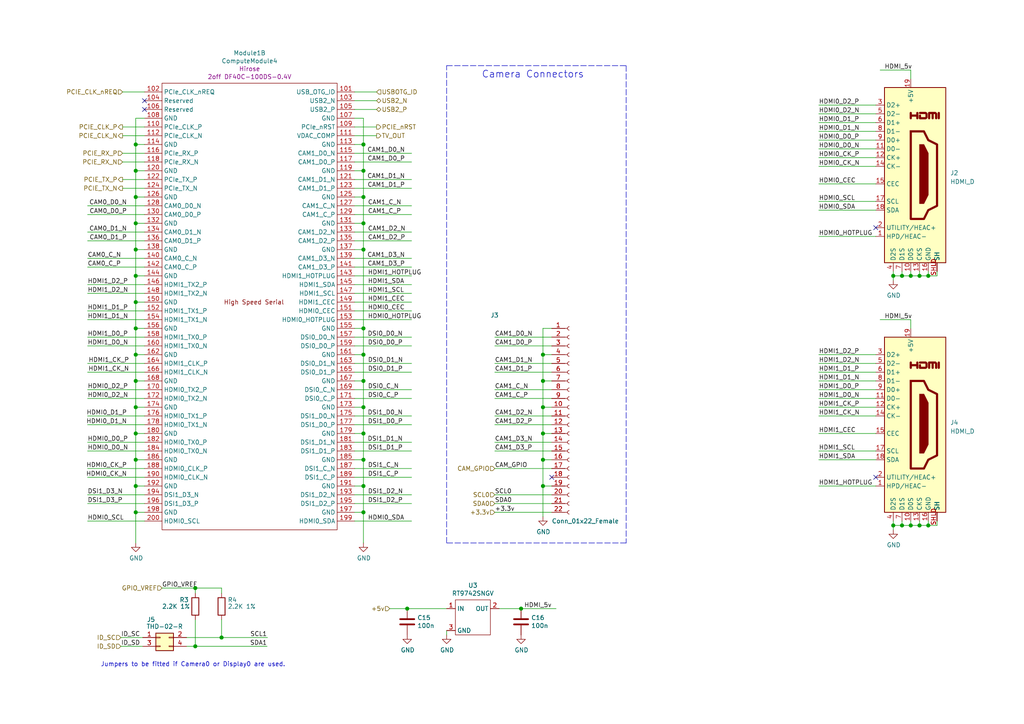
<source format=kicad_sch>
(kicad_sch (version 20210406) (generator eeschema)
  (paper "A4")
  (title_block (title "Compute Module 4 IO Board - CM4 - Highspeed") (rev "1") (company "(c) Raspberry Pi Trading 2020") (comment 1 "www.raspberrypi.org"))
  (lib_symbols
    (symbol "CM4IO:ComputeModule4-CM4"
      (property "Reference" "Module" (at 113.03 -68.58 0))
      (property "Value" "ComputeModule4-CM4" (at 140.97 2.54 0))
      (property "Field4" "Hirose" (at 0 0 0))
      (property "Field5" "2x DF40C-100DS-0.4V" (at 0 -2.54 0))
      (symbol "ComputeModule4-CM4_1_0"
        (text "GPIO" (at 0 6.35 0) (effects (font (size 1.27 1.27))))
      )
      (symbol "ComputeModule4-CM4_1_1"
        (text "600mA Max" (at -8.89 -53.34 0) (effects (font (size 1.27 1.27))))
        (text "600mA Max" (at -8.89 -48.26 0) (effects (font (size 1.27 1.27))))
        (text "NB SD signals are only available" (at -1.27 -27.94 0) (effects (font (size 1.27 1.27))))
        (text "on modules without eMMC" (at -1.27 -30.48 0) (effects (font (size 1.27 1.27))))
        (pin power_in line (at 27.94 55.88 180) (length 2.54) (name "GND") (number "1"))
        (pin passive line (at -33.02 45.72 0) (length 2.54) (name "Ethernet_Pair0_N") (number "10"))
        (pin output line (at -33.02 -68.58 0) (length 2.54) (name "nEXTRST") (number "100"))
        (pin passive line (at 27.94 43.18 180) (length 2.54) (name "Ethernet_Pair2_P") (number "11"))
        (pin passive line (at -33.02 43.18 0) (length 2.54) (name "Ethernet_Pair0_P") (number "12"))
        (pin power_in line (at 27.94 40.64 180) (length 2.54) (name "GND") (number "13"))
        (pin power_in line (at -33.02 40.64 0) (length 2.54) (name "GND") (number "14"))
        (pin output line (at 27.94 38.1 180) (length 2.54) (name "Ethernet_nLED3(3.3v)") (number "15"))
        (pin input line (at -33.02 38.1 0) (length 2.54) (name "Ethernet_SYNC_IN(1.8v)") (number "16"))
        (pin output line (at 27.94 35.56 180) (length 2.54) (name "Ethernet_nLED2(3.3v)") (number "17"))
        (pin input line (at -33.02 35.56 0) (length 2.54) (name "Ethernet_SYNC_OUT(1.8v)") (number "18"))
        (pin output line (at 27.94 33.02 180) (length 2.54) (name "Ethernet_nLED1(3.3v)") (number "19"))
        (pin power_in line (at -33.02 55.88 0) (length 2.54) (name "GND") (number "2"))
        (pin passive line (at -33.02 33.02 0) (length 2.54) (name "EEPROM_nWP") (number "20"))
        (pin open_collector line (at 27.94 30.48 180) (length 2.54) (name "PI_nLED_Activity") (number "21"))
        (pin power_in line (at -33.02 30.48 0) (length 2.54) (name "GND") (number "22"))
        (pin power_in line (at 27.94 27.94 180) (length 2.54) (name "GND") (number "23"))
        (pin passive line (at -33.02 27.94 0) (length 2.54) (name "GPIO26") (number "24"))
        (pin passive line (at 27.94 25.4 180) (length 2.54) (name "GPIO21") (number "25"))
        (pin passive line (at -33.02 25.4 0) (length 2.54) (name "GPIO19") (number "26"))
        (pin passive line (at 27.94 22.86 180) (length 2.54) (name "GPIO20") (number "27"))
        (pin passive line (at -33.02 22.86 0) (length 2.54) (name "GPIO13") (number "28"))
        (pin passive line (at 27.94 20.32 180) (length 2.54) (name "GPIO16") (number "29"))
        (pin passive line (at 27.94 53.34 180) (length 2.54) (name "Ethernet_Pair3_P") (number "3"))
        (pin passive line (at -33.02 20.32 0) (length 2.54) (name "GPIO6") (number "30"))
        (pin passive line (at 27.94 17.78 180) (length 2.54) (name "GPIO12") (number "31"))
        (pin power_in line (at -33.02 17.78 0) (length 2.54) (name "GND") (number "32"))
        (pin power_in line (at 27.94 15.24 180) (length 2.54) (name "GND") (number "33"))
        (pin passive line (at -33.02 15.24 0) (length 2.54) (name "GPIO5") (number "34"))
        (pin passive line (at 27.94 12.7 180) (length 2.54) (name "ID_SC") (number "35"))
        (pin passive line (at -33.02 12.7 0) (length 2.54) (name "ID_SD") (number "36"))
        (pin passive line (at 27.94 10.16 180) (length 2.54) (name "GPIO7") (number "37"))
        (pin passive line (at -33.02 10.16 0) (length 2.54) (name "GPIO11") (number "38"))
        (pin passive line (at 27.94 7.62 180) (length 2.54) (name "GPIO8") (number "39"))
        (pin passive line (at -33.02 53.34 0) (length 2.54) (name "Ethernet_Pair1_P") (number "4"))
        (pin passive line (at -33.02 7.62 0) (length 2.54) (name "GPIO9") (number "40"))
        (pin passive line (at 27.94 5.08 180) (length 2.54) (name "GPIO25") (number "41"))
        (pin power_in line (at -33.02 5.08 0) (length 2.54) (name "GND") (number "42"))
        (pin power_in line (at 27.94 2.54 180) (length 2.54) (name "GND") (number "43"))
        (pin passive line (at -33.02 2.54 0) (length 2.54) (name "GPIO10") (number "44"))
        (pin passive line (at 27.94 0 180) (length 2.54) (name "GPIO24") (number "45"))
        (pin passive line (at -33.02 0 0) (length 2.54) (name "GPIO22") (number "46"))
        (pin passive line (at 27.94 -2.54 180) (length 2.54) (name "GPIO23") (number "47"))
        (pin passive line (at -33.02 -2.54 0) (length 2.54) (name "GPIO27") (number "48"))
        (pin passive line (at 27.94 -5.08 180) (length 2.54) (name "GPIO18") (number "49"))
        (pin passive line (at 27.94 50.8 180) (length 2.54) (name "Ethernet_Pair3_N") (number "5"))
        (pin passive line (at -33.02 -5.08 0) (length 2.54) (name "GPIO17") (number "50"))
        (pin passive line (at 27.94 -7.62 180) (length 2.54) (name "GPIO15") (number "51"))
        (pin power_in line (at -33.02 -7.62 0) (length 2.54) (name "GND") (number "52"))
        (pin power_in line (at 27.94 -10.16 180) (length 2.54) (name "GND") (number "53"))
        (pin passive line (at -33.02 -10.16 0) (length 2.54) (name "GPIO4") (number "54"))
        (pin passive line (at 27.94 -12.7 180) (length 2.54) (name "GPIO14") (number "55"))
        (pin passive line (at -33.02 -12.7 0) (length 2.54) (name "GPIO3") (number "56"))
        (pin passive line (at 27.94 -15.24 180) (length 2.54) (name "SD_CLK") (number "57"))
        (pin passive line (at -33.02 -15.24 0) (length 2.54) (name "GPIO2") (number "58"))
        (pin power_in line (at 27.94 -17.78 180) (length 2.54) (name "GND") (number "59"))
        (pin passive line (at -33.02 50.8 0) (length 2.54) (name "Ethernet_Pair1_N") (number "6"))
        (pin power_in line (at -33.02 -17.78 0) (length 2.54) (name "GND") (number "60"))
        (pin passive line (at 27.94 -20.32 180) (length 2.54) (name "SD_DAT3") (number "61"))
        (pin passive line (at -33.02 -20.32 0) (length 2.54) (name "SD_CMD") (number "62"))
        (pin passive line (at 27.94 -22.86 180) (length 2.54) (name "SD_DAT0") (number "63"))
        (pin passive line (at -33.02 -22.86 0) (length 2.54) (name "SD_DAT5") (number "64"))
        (pin power_in line (at 27.94 -25.4 180) (length 2.54) (name "GND") (number "65"))
        (pin power_in line (at -33.02 -25.4 0) (length 2.54) (name "GND") (number "66"))
        (pin passive line (at 27.94 -27.94 180) (length 2.54) (name "SD_DAT1") (number "67"))
        (pin passive line (at -33.02 -27.94 0) (length 2.54) (name "SD_DAT4") (number "68"))
        (pin passive line (at 27.94 -30.48 180) (length 2.54) (name "SD_DAT2") (number "69"))
        (pin power_in line (at 27.94 48.26 180) (length 2.54) (name "GND") (number "7"))
        (pin passive line (at -33.02 -30.48 0) (length 2.54) (name "SD_DAT7") (number "70"))
        (pin power_in line (at 27.94 -33.02 180) (length 2.54) (name "GND") (number "71"))
        (pin passive line (at -33.02 -33.02 0) (length 2.54) (name "SD_DAT6") (number "72"))
        (pin input line (at 27.94 -35.56 180) (length 2.54) (name "SD_VDD_Override") (number "73"))
        (pin power_in line (at -33.02 -35.56 0) (length 2.54) (name "GND") (number "74"))
        (pin output line (at 27.94 -38.1 180) (length 2.54) (name "SD_PWR_ON") (number "75"))
        (pin passive line (at -33.02 -38.1 0) (length 2.54) (name "Reserved") (number "76"))
        (pin power_in line (at 27.94 -40.64 180) (length 2.54) (name "+5v_(Input)") (number "77"))
        (pin power_in line (at -33.02 -40.64 0) (length 2.54) (name "GPIO_VREF(1.8v/3.3v_Input)") (number "78"))
        (pin power_in line (at 27.94 -43.18 180) (length 2.54) (name "+5v_(Input)") (number "79"))
        (pin power_in line (at -33.02 48.26 0) (length 2.54) (name "GND") (number "8"))
        (pin passive line (at -33.02 -43.18 0) (length 2.54) (name "SCL0") (number "80"))
        (pin power_in line (at 27.94 -45.72 180) (length 2.54) (name "+5v_(Input)") (number "81"))
        (pin passive line (at -33.02 -45.72 0) (length 2.54) (name "SDA0") (number "82"))
        (pin power_in line (at 27.94 -48.26 180) (length 2.54) (name "+5v_(Input)") (number "83"))
        (pin power_out line (at -33.02 -48.26 0) (length 2.54) (name "+3.3v_(Output)") (number "84"))
        (pin power_in line (at 27.94 -50.8 180) (length 2.54) (name "+5v_(Input)") (number "85"))
        (pin power_out line (at -33.02 -50.8 0) (length 2.54) (name "+3.3v_(Output)") (number "86"))
        (pin power_in line (at 27.94 -53.34 180) (length 2.54) (name "+5v_(Input)") (number "87"))
        (pin power_out line (at -33.02 -53.34 0) (length 2.54) (name "+1.8v_(Output)") (number "88"))
        (pin power_in line (at 27.94 -55.88 180) (length 2.54) (name "WiFi_nDisable") (number "89"))
        (pin passive line (at 27.94 45.72 180) (length 2.54) (name "Ethernet_Pair2_N") (number "9"))
        (pin power_out line (at -33.02 -55.88 0) (length 2.54) (name "+1.8v_(Output)") (number "90"))
        (pin power_in line (at 27.94 -58.42 180) (length 2.54) (name "BT_nDisable") (number "91"))
        (pin passive line (at -33.02 -58.42 0) (length 2.54) (name "RUN_PG") (number "92"))
        (pin input line (at 27.94 -60.96 180) (length 2.54) (name "nRPIBOOT") (number "93"))
        (pin passive line (at -33.02 -60.96 0) (length 2.54) (name "AnalogIP0") (number "94"))
        (pin output line (at 27.94 -63.5 180) (length 2.54) (name "nPI_LED_PWR") (number "95"))
        (pin passive line (at -33.02 -63.5 0) (length 2.54) (name "AnalogIP1") (number "96"))
        (pin passive line (at 27.94 -66.04 180) (length 2.54) (name "Camera_GPIO") (number "97"))
        (pin power_in line (at -33.02 -66.04 0) (length 2.54) (name "GND") (number "98"))
        (pin input line (at 27.94 -68.58 180) (length 2.54) (name "Global_EN") (number "99"))
      )
      (symbol "ComputeModule4-CM4_2_1"
        (text "High Speed Serial" (at 140.97 0 0) (effects (font (size 1.27 1.27))))
        (pin input line (at 170.18 60.96 180) (length 5.08) (name "USB_OTG_ID") (number "101"))
        (pin input line (at 109.22 60.96 0) (length 5.08) (name "PCIe_CLK_nREQ") (number "102"))
        (pin passive line (at 170.18 58.42 180) (length 5.08) (name "USB2_N") (number "103"))
        (pin passive line (at 109.22 58.42 0) (length 5.08) (name "Reserved") (number "104"))
        (pin passive line (at 170.18 55.88 180) (length 5.08) (name "USB2_P") (number "105"))
        (pin passive line (at 109.22 55.88 0) (length 5.08) (name "Reserved") (number "106"))
        (pin power_in line (at 170.18 53.34 180) (length 5.08) (name "GND") (number "107"))
        (pin power_in line (at 109.22 53.34 0) (length 5.08) (name "GND") (number "108"))
        (pin bidirectional line (at 170.18 50.8 180) (length 5.08) (name "PCIe_nRST") (number "109"))
        (pin output line (at 109.22 50.8 0) (length 5.08) (name "PCIe_CLK_P") (number "110"))
        (pin passive line (at 170.18 48.26 180) (length 5.08) (name "VDAC_COMP") (number "111"))
        (pin output line (at 109.22 48.26 0) (length 5.08) (name "PCIe_CLK_N") (number "112"))
        (pin power_in line (at 170.18 45.72 180) (length 5.08) (name "GND") (number "113"))
        (pin power_in line (at 109.22 45.72 0) (length 5.08) (name "GND") (number "114"))
        (pin input line (at 170.18 43.18 180) (length 5.08) (name "CAM1_D0_N") (number "115"))
        (pin input line (at 109.22 43.18 0) (length 5.08) (name "PCIe_RX_P") (number "116"))
        (pin input line (at 170.18 40.64 180) (length 5.08) (name "CAM1_D0_P") (number "117"))
        (pin input line (at 109.22 40.64 0) (length 5.08) (name "PCIe_RX_N") (number "118"))
        (pin power_in line (at 170.18 38.1 180) (length 5.08) (name "GND") (number "119"))
        (pin power_in line (at 109.22 38.1 0) (length 5.08) (name "GND") (number "120"))
        (pin input line (at 170.18 35.56 180) (length 5.08) (name "CAM1_D1_N") (number "121"))
        (pin output line (at 109.22 35.56 0) (length 5.08) (name "PCIe_TX_P") (number "122"))
        (pin input line (at 170.18 33.02 180) (length 5.08) (name "CAM1_D1_P") (number "123"))
        (pin output line (at 109.22 33.02 0) (length 5.08) (name "PCIe_TX_N") (number "124"))
        (pin power_in line (at 170.18 30.48 180) (length 5.08) (name "GND") (number "125"))
        (pin power_in line (at 109.22 30.48 0) (length 5.08) (name "GND") (number "126"))
        (pin input line (at 170.18 27.94 180) (length 5.08) (name "CAM1_C_N") (number "127"))
        (pin input line (at 109.22 27.94 0) (length 5.08) (name "CAM0_D0_N") (number "128"))
        (pin input line (at 170.18 25.4 180) (length 5.08) (name "CAM1_C_P") (number "129"))
        (pin input line (at 109.22 25.4 0) (length 5.08) (name "CAM0_D0_P") (number "130"))
        (pin power_in line (at 170.18 22.86 180) (length 5.08) (name "GND") (number "131"))
        (pin power_in line (at 109.22 22.86 0) (length 5.08) (name "GND") (number "132"))
        (pin input line (at 170.18 20.32 180) (length 5.08) (name "CAM1_D2_N") (number "133"))
        (pin input line (at 109.22 20.32 0) (length 5.08) (name "CAM0_D1_N") (number "134"))
        (pin input line (at 170.18 17.78 180) (length 5.08) (name "CAM1_D2_P") (number "135"))
        (pin input line (at 109.22 17.78 0) (length 5.08) (name "CAM0_D1_P") (number "136"))
        (pin power_in line (at 170.18 15.24 180) (length 5.08) (name "GND") (number "137"))
        (pin power_in line (at 109.22 15.24 0) (length 5.08) (name "GND") (number "138"))
        (pin input line (at 170.18 12.7 180) (length 5.08) (name "CAM1_D3_N") (number "139"))
        (pin input line (at 109.22 12.7 0) (length 5.08) (name "CAM0_C_N") (number "140"))
        (pin input line (at 170.18 10.16 180) (length 5.08) (name "CAM1_D3_P") (number "141"))
        (pin input line (at 109.22 10.16 0) (length 5.08) (name "CAM0_C_P") (number "142"))
        (pin input line (at 170.18 7.62 180) (length 5.08) (name "HDMI1_HOTPLUG") (number "143"))
        (pin power_in line (at 109.22 7.62 0) (length 5.08) (name "GND") (number "144"))
        (pin bidirectional line (at 170.18 5.08 180) (length 5.08) (name "HDMI1_SDA") (number "145"))
        (pin output line (at 109.22 5.08 0) (length 5.08) (name "HDMI1_TX2_P") (number "146"))
        (pin open_collector line (at 170.18 2.54 180) (length 5.08) (name "HDMI1_SCL") (number "147"))
        (pin output line (at 109.22 2.54 0) (length 5.08) (name "HDMI1_TX2_N") (number "148"))
        (pin open_collector line (at 170.18 0 180) (length 5.08) (name "HDMI1_CEC") (number "149"))
        (pin power_in line (at 109.22 0 0) (length 5.08) (name "GND") (number "150"))
        (pin open_collector line (at 170.18 -2.54 180) (length 5.08) (name "HDMI0_CEC") (number "151"))
        (pin output line (at 109.22 -2.54 0) (length 5.08) (name "HDMI1_TX1_P") (number "152"))
        (pin input line (at 170.18 -5.08 180) (length 5.08) (name "HDMI0_HOTPLUG") (number "153"))
        (pin output line (at 109.22 -5.08 0) (length 5.08) (name "HDMI1_TX1_N") (number "154"))
        (pin power_in line (at 170.18 -7.62 180) (length 5.08) (name "GND") (number "155"))
        (pin power_in line (at 109.22 -7.62 0) (length 5.08) (name "GND") (number "156"))
        (pin output line (at 170.18 -10.16 180) (length 5.08) (name "DSI0_D0_N") (number "157"))
        (pin output line (at 109.22 -10.16 0) (length 5.08) (name "HDMI1_TX0_P") (number "158"))
        (pin output line (at 170.18 -12.7 180) (length 5.08) (name "DSI0_D0_P") (number "159"))
        (pin output line (at 109.22 -12.7 0) (length 5.08) (name "HDMI1_TX0_N") (number "160"))
        (pin power_in line (at 170.18 -15.24 180) (length 5.08) (name "GND") (number "161"))
        (pin power_in line (at 109.22 -15.24 0) (length 5.08) (name "GND") (number "162"))
        (pin output line (at 170.18 -17.78 180) (length 5.08) (name "DSI0_D1_N") (number "163"))
        (pin output line (at 109.22 -17.78 0) (length 5.08) (name "HDMI1_CLK_P") (number "164"))
        (pin output line (at 170.18 -20.32 180) (length 5.08) (name "DSI0_D1_P") (number "165"))
        (pin output line (at 109.22 -20.32 0) (length 5.08) (name "HDMI1_CLK_N") (number "166"))
        (pin power_in line (at 170.18 -22.86 180) (length 5.08) (name "GND") (number "167"))
        (pin power_in line (at 109.22 -22.86 0) (length 5.08) (name "GND") (number "168"))
        (pin output line (at 170.18 -25.4 180) (length 5.08) (name "DSI0_C_N") (number "169"))
        (pin output line (at 109.22 -25.4 0) (length 5.08) (name "HDMI0_TX2_P") (number "170"))
        (pin output line (at 170.18 -27.94 180) (length 5.08) (name "DSI0_C_P") (number "171"))
        (pin output line (at 109.22 -27.94 0) (length 5.08) (name "HDMI0_TX2_N") (number "172"))
        (pin power_in line (at 170.18 -30.48 180) (length 5.08) (name "GND") (number "173"))
        (pin power_in line (at 109.22 -30.48 0) (length 5.08) (name "GND") (number "174"))
        (pin output line (at 170.18 -33.02 180) (length 5.08) (name "DSI1_D0_N") (number "175"))
        (pin output line (at 109.22 -33.02 0) (length 5.08) (name "HDMI0_TX1_P") (number "176"))
        (pin output line (at 170.18 -35.56 180) (length 5.08) (name "DSI1_D0_P") (number "177"))
        (pin output line (at 109.22 -35.56 0) (length 5.08) (name "HDMI0_TX1_N") (number "178"))
        (pin power_in line (at 170.18 -38.1 180) (length 5.08) (name "GND") (number "179"))
        (pin power_in line (at 109.22 -38.1 0) (length 5.08) (name "GND") (number "180"))
        (pin output line (at 170.18 -40.64 180) (length 5.08) (name "DSI1_D1_N") (number "181"))
        (pin output line (at 109.22 -40.64 0) (length 5.08) (name "HDMI0_TX0_P") (number "182"))
        (pin output line (at 170.18 -43.18 180) (length 5.08) (name "DSI1_D1_P") (number "183"))
        (pin output line (at 109.22 -43.18 0) (length 5.08) (name "HDMI0_TX0_N") (number "184"))
        (pin power_in line (at 170.18 -45.72 180) (length 5.08) (name "GND") (number "185"))
        (pin power_in line (at 109.22 -45.72 0) (length 5.08) (name "GND") (number "186"))
        (pin output line (at 170.18 -48.26 180) (length 5.08) (name "DSI1_C_N") (number "187"))
        (pin output line (at 109.22 -48.26 0) (length 5.08) (name "HDMI0_CLK_P") (number "188"))
        (pin output line (at 170.18 -50.8 180) (length 5.08) (name "DSI1_C_P") (number "189"))
        (pin output line (at 109.22 -50.8 0) (length 5.08) (name "HDMI0_CLK_N") (number "190"))
        (pin power_in line (at 170.18 -53.34 180) (length 5.08) (name "GND") (number "191"))
        (pin power_in line (at 109.22 -53.34 0) (length 5.08) (name "GND") (number "192"))
        (pin output line (at 170.18 -55.88 180) (length 5.08) (name "DSI1_D2_N") (number "193"))
        (pin output line (at 109.22 -55.88 0) (length 5.08) (name "DSI1_D3_N") (number "194"))
        (pin output line (at 170.18 -58.42 180) (length 5.08) (name "DSI1_D2_P") (number "195"))
        (pin output line (at 109.22 -58.42 0) (length 5.08) (name "DSI1_D3_P") (number "196"))
        (pin power_in line (at 170.18 -60.96 180) (length 5.08) (name "GND") (number "197"))
        (pin power_in line (at 109.22 -60.96 0) (length 5.08) (name "GND") (number "198"))
        (pin bidirectional line (at 170.18 -63.5 180) (length 5.08) (name "HDMI0_SDA") (number "199"))
        (pin open_collector line (at 109.22 -63.5 0) (length 5.08) (name "HDMI0_SCL") (number "200"))
      )
    )
    (symbol "CM4IO:HDMI_D"
      (property "Reference" "J" (at -6.35 26.67 0))
      (property "Value" "HDMI_D" (at 10.16 26.67 0))
      (symbol "HDMI_D_0_0"
        (pin passive line (at 7.62 -27.94 90) (length 2.54) (name "SH") (number "SHLD"))
        (pin passive line (at 7.62 -27.94 90) (length 2.54) (name "SH") (number "SHLD"))
        (pin passive line (at 7.62 -27.94 90) (length 2.54) (name "SH") (number "SHLD"))
      )
      (symbol "HDMI_D_1_1"
        (pin passive line (at -10.16 -17.78 0) (length 2.54) (name "HPD/HEAC-") (number "1"))
        (pin power_in line (at 0 -27.94 90) (length 2.54) (name "D0S") (number "10"))
        (pin passive line (at -10.16 7.62 0) (length 2.54) (name "D0-") (number "11"))
        (pin passive line (at -10.16 5.08 0) (length 2.54) (name "CK+") (number "12"))
        (pin power_in line (at 2.54 -27.94 90) (length 2.54) (name "CKS") (number "13"))
        (pin passive line (at -10.16 2.54 0) (length 2.54) (name "CK-") (number "14"))
        (pin bidirectional line (at -10.16 -2.54 0) (length 2.54) (name "CEC") (number "15"))
        (pin power_in line (at 5.08 -27.94 90) (length 2.54) (name "GND") (number "16"))
        (pin passive line (at -10.16 -7.62 0) (length 2.54) (name "SCL") (number "17"))
        (pin bidirectional line (at -10.16 -10.16 0) (length 2.54) (name "SDA") (number "18"))
        (pin power_in line (at 0 27.94 270) (length 2.54) (name "+5V") (number "19"))
        (pin passive line (at -10.16 -15.24 0) (length 2.54) (name "UTILITY/HEAC+") (number "2"))
        (pin passive line (at -10.16 20.32 0) (length 2.54) (name "D2+") (number "3"))
        (pin power_in line (at -5.08 -27.94 90) (length 2.54) (name "D2S") (number "4"))
        (pin passive line (at -10.16 17.78 0) (length 2.54) (name "D2-") (number "5"))
        (pin passive line (at -10.16 15.24 0) (length 2.54) (name "D1+") (number "6"))
        (pin power_in line (at -2.54 -27.94 90) (length 2.54) (name "D1S") (number "7"))
        (pin passive line (at -10.16 12.7 0) (length 2.54) (name "D1-") (number "8"))
        (pin passive line (at -10.16 10.16 0) (length 2.54) (name "D0+") (number "9"))
        (pin passive line (at 7.62 -27.94 90) (length 2.54) (name "SH") (number "SHLD"))
      )
    )
    (symbol "CM4IO:RT9742SNGV"
      (property "Reference" "U" (at -2.54 7.62 0))
      (property "Value" "RT9742SNGV" (at 3.81 -5.08 0))
      (symbol "RT9742SNGV_1_1"
        (pin power_in line (at -5.08 3.81 0) (length 2.54) (name "IN") (number "1"))
        (pin power_in line (at 10.16 3.81 180) (length 2.54) (name "OUT") (number "2"))
        (pin power_in line (at -5.08 -2.54 0) (length 2.54) (name "GND") (number "3"))
      )
    )
    (symbol "Connector:Conn_01x22_Female" (pin_names hide)
      (property "Reference" "J" (at 0 27.94 0))
      (property "Value" "Conn_01x22_Female" (at 0 -30.48 0))
      (symbol "Conn_01x22_Female_1_1"
        (pin passive line (at -5.08 25.4 0) (length 3.81) (name "Pin_1") (number "1"))
        (pin passive line (at -5.08 2.54 0) (length 3.81) (name "Pin_10") (number "10"))
        (pin passive line (at -5.08 0 0) (length 3.81) (name "Pin_11") (number "11"))
        (pin passive line (at -5.08 -2.54 0) (length 3.81) (name "Pin_12") (number "12"))
        (pin passive line (at -5.08 -5.08 0) (length 3.81) (name "Pin_13") (number "13"))
        (pin passive line (at -5.08 -7.62 0) (length 3.81) (name "Pin_14") (number "14"))
        (pin passive line (at -5.08 -10.16 0) (length 3.81) (name "Pin_15") (number "15"))
        (pin passive line (at -5.08 -12.7 0) (length 3.81) (name "Pin_16") (number "16"))
        (pin passive line (at -5.08 -15.24 0) (length 3.81) (name "Pin_17") (number "17"))
        (pin passive line (at -5.08 -17.78 0) (length 3.81) (name "Pin_18") (number "18"))
        (pin passive line (at -5.08 -20.32 0) (length 3.81) (name "Pin_19") (number "19"))
        (pin passive line (at -5.08 22.86 0) (length 3.81) (name "Pin_2") (number "2"))
        (pin passive line (at -5.08 -22.86 0) (length 3.81) (name "Pin_20") (number "20"))
        (pin passive line (at -5.08 -25.4 0) (length 3.81) (name "Pin_21") (number "21"))
        (pin passive line (at -5.08 -27.94 0) (length 3.81) (name "Pin_22") (number "22"))
        (pin passive line (at -5.08 20.32 0) (length 3.81) (name "Pin_3") (number "3"))
        (pin passive line (at -5.08 17.78 0) (length 3.81) (name "Pin_4") (number "4"))
        (pin passive line (at -5.08 15.24 0) (length 3.81) (name "Pin_5") (number "5"))
        (pin passive line (at -5.08 12.7 0) (length 3.81) (name "Pin_6") (number "6"))
        (pin passive line (at -5.08 10.16 0) (length 3.81) (name "Pin_7") (number "7"))
        (pin passive line (at -5.08 7.62 0) (length 3.81) (name "Pin_8") (number "8"))
        (pin passive line (at -5.08 5.08 0) (length 3.81) (name "Pin_9") (number "9"))
      )
    )
    (symbol "Connector_Generic:Conn_02x02_Odd_Even" (pin_names hide)
      (property "Reference" "J" (at 1.27 2.54 0))
      (property "Value" "Conn_02x02_Odd_Even" (at 1.27 -5.08 0))
      (symbol "Conn_02x02_Odd_Even_1_1"
        (pin passive line (at -5.08 0 0) (length 3.81) (name "Pin_1") (number "1"))
        (pin passive line (at 7.62 0 180) (length 3.81) (name "Pin_2") (number "2"))
        (pin passive line (at -5.08 -2.54 0) (length 3.81) (name "Pin_3") (number "3"))
        (pin passive line (at 7.62 -2.54 180) (length 3.81) (name "Pin_4") (number "4"))
      )
    )
    (symbol "Device:C" (pin_numbers hide) (pin_names (offset 0.254))
      (property "Reference" "C" (at 0.635 2.54 0))
      (property "Value" "C" (at 0.635 -2.54 0))
      (symbol "C_1_1"
        (pin passive line (at 0 3.81 270) (length 2.794) (name "~") (number "1"))
        (pin passive line (at 0 -3.81 90) (length 2.794) (name "~") (number "2"))
      )
    )
    (symbol "Device:R" (pin_numbers hide) (pin_names (offset 0))
      (property "Reference" "R" (at 2.032 0 90))
      (property "Value" "R" (at 0 0 90))
      (symbol "R_1_1"
        (pin passive line (at 0 3.81 270) (length 1.27) (name "~") (number "1"))
        (pin passive line (at 0 -3.81 90) (length 1.27) (name "~") (number "2"))
      )
    )
    (symbol "power:GND" (power) (pin_names (offset 0))
      (property "Value" "GND" (at 0 -3.81 0))
      (symbol "GND_1_1"
        (pin power_in line (at 0 0 270) (length 0) hide (name "GND") (number "1"))
      )
    )
  )
  (junction (at 39.37 41.91) (diameter 1.016))
  (junction (at 39.37 49.53) (diameter 1.016))
  (junction (at 39.37 57.15) (diameter 1.016))
  (junction (at 39.37 64.77) (diameter 1.016))
  (junction (at 39.37 72.39) (diameter 1.016))
  (junction (at 39.37 80.01) (diameter 1.016))
  (junction (at 39.37 87.63) (diameter 1.016))
  (junction (at 39.37 95.25) (diameter 1.016))
  (junction (at 39.37 102.87) (diameter 1.016))
  (junction (at 39.37 110.49) (diameter 1.016))
  (junction (at 39.37 118.11) (diameter 1.016))
  (junction (at 39.37 125.73) (diameter 1.016))
  (junction (at 39.37 133.35) (diameter 1.016))
  (junction (at 39.37 140.97) (diameter 1.016))
  (junction (at 39.37 148.59) (diameter 1.016))
  (junction (at 56.642 170.561) (diameter 1.016))
  (junction (at 56.642 187.452) (diameter 1.016))
  (junction (at 64.262 184.912) (diameter 1.016))
  (junction (at 105.41 41.91) (diameter 1.016))
  (junction (at 105.41 49.53) (diameter 1.016))
  (junction (at 105.41 57.15) (diameter 1.016))
  (junction (at 105.41 64.77) (diameter 1.016))
  (junction (at 105.41 72.39) (diameter 1.016))
  (junction (at 105.41 95.25) (diameter 1.016))
  (junction (at 105.41 102.87) (diameter 1.016))
  (junction (at 105.41 110.49) (diameter 1.016))
  (junction (at 105.41 118.11) (diameter 1.016))
  (junction (at 105.41 125.73) (diameter 1.016))
  (junction (at 105.41 133.35) (diameter 1.016))
  (junction (at 105.41 140.97) (diameter 1.016))
  (junction (at 105.41 148.59) (diameter 1.016))
  (junction (at 118.11 176.53) (diameter 1.016))
  (junction (at 151.13 176.53) (diameter 1.016))
  (junction (at 157.48 102.87) (diameter 1.016))
  (junction (at 157.48 110.49) (diameter 1.016))
  (junction (at 157.48 118.11) (diameter 1.016))
  (junction (at 157.48 125.73) (diameter 1.016))
  (junction (at 157.48 133.35) (diameter 1.016))
  (junction (at 157.48 140.97) (diameter 1.016))
  (junction (at 259.08 80.01) (diameter 1.016))
  (junction (at 259.08 152.4) (diameter 1.016))
  (junction (at 261.62 80.01) (diameter 1.016))
  (junction (at 261.62 152.4) (diameter 1.016))
  (junction (at 264.16 80.01) (diameter 1.016))
  (junction (at 264.16 152.4) (diameter 1.016))
  (junction (at 266.7 80.01) (diameter 1.016))
  (junction (at 266.7 152.4) (diameter 1.016))
  (junction (at 269.24 80.01) (diameter 1.016))
  (junction (at 269.24 152.4) (diameter 1.016))
  (no_connect (at 41.91 29.21))
  (no_connect (at 41.91 31.75))
  (no_connect (at 160.02 138.43))
  (no_connect (at 254 66.04))
  (no_connect (at 254 138.43))
  (wire (pts (xy 25.4 74.93) (xy 41.91 74.93)))
  (wire (pts (xy 25.4 77.47) (xy 41.91 77.47)))
  (wire (pts (xy 25.4 82.55) (xy 41.91 82.55)))
  (wire (pts (xy 25.4 85.09) (xy 41.91 85.09)))
  (wire (pts (xy 25.4 90.17) (xy 41.91 90.17)))
  (wire (pts (xy 25.4 92.71) (xy 41.91 92.71)))
  (wire (pts (xy 25.4 97.79) (xy 41.91 97.79)))
  (wire (pts (xy 25.4 100.33) (xy 41.91 100.33)))
  (wire (pts (xy 25.4 113.03) (xy 41.91 113.03)))
  (wire (pts (xy 25.4 115.57) (xy 41.91 115.57)))
  (wire (pts (xy 25.4 128.27) (xy 41.91 128.27)))
  (wire (pts (xy 25.4 130.81) (xy 41.91 130.81)))
  (wire (pts (xy 25.4 143.51) (xy 41.91 143.51)))
  (wire (pts (xy 25.4 146.05) (xy 41.91 146.05)))
  (wire (pts (xy 25.4 151.13) (xy 41.91 151.13)))
  (wire (pts (xy 35.052 184.912) (xy 41.402 184.912)))
  (wire (pts (xy 35.052 187.452) (xy 41.402 187.452)))
  (wire (pts (xy 35.56 26.67) (xy 41.91 26.67)))
  (wire (pts (xy 35.56 36.83) (xy 41.91 36.83)))
  (wire (pts (xy 35.56 39.37) (xy 41.91 39.37)))
  (wire (pts (xy 35.56 52.07) (xy 41.91 52.07)))
  (wire (pts (xy 35.56 54.61) (xy 41.91 54.61)))
  (wire (pts (xy 39.37 34.29) (xy 39.37 41.91)))
  (wire (pts (xy 39.37 41.91) (xy 39.37 49.53)))
  (wire (pts (xy 39.37 41.91) (xy 41.91 41.91)))
  (wire (pts (xy 39.37 49.53) (xy 39.37 57.15)))
  (wire (pts (xy 39.37 49.53) (xy 41.91 49.53)))
  (wire (pts (xy 39.37 57.15) (xy 39.37 64.77)))
  (wire (pts (xy 39.37 57.15) (xy 41.91 57.15)))
  (wire (pts (xy 39.37 64.77) (xy 39.37 72.39)))
  (wire (pts (xy 39.37 64.77) (xy 41.91 64.77)))
  (wire (pts (xy 39.37 72.39) (xy 39.37 80.01)))
  (wire (pts (xy 39.37 72.39) (xy 41.91 72.39)))
  (wire (pts (xy 39.37 80.01) (xy 39.37 87.63)))
  (wire (pts (xy 39.37 80.01) (xy 41.91 80.01)))
  (wire (pts (xy 39.37 87.63) (xy 39.37 95.25)))
  (wire (pts (xy 39.37 87.63) (xy 41.91 87.63)))
  (wire (pts (xy 39.37 95.25) (xy 39.37 102.87)))
  (wire (pts (xy 39.37 95.25) (xy 41.91 95.25)))
  (wire (pts (xy 39.37 102.87) (xy 39.37 110.49)))
  (wire (pts (xy 39.37 102.87) (xy 41.91 102.87)))
  (wire (pts (xy 39.37 110.49) (xy 39.37 118.11)))
  (wire (pts (xy 39.37 110.49) (xy 41.91 110.49)))
  (wire (pts (xy 39.37 118.11) (xy 39.37 125.73)))
  (wire (pts (xy 39.37 118.11) (xy 41.91 118.11)))
  (wire (pts (xy 39.37 125.73) (xy 39.37 133.35)))
  (wire (pts (xy 39.37 125.73) (xy 41.91 125.73)))
  (wire (pts (xy 39.37 133.35) (xy 39.37 140.97)))
  (wire (pts (xy 39.37 133.35) (xy 41.91 133.35)))
  (wire (pts (xy 39.37 140.97) (xy 39.37 148.59)))
  (wire (pts (xy 39.37 148.59) (xy 39.37 157.48)))
  (wire (pts (xy 41.91 34.29) (xy 39.37 34.29)))
  (wire (pts (xy 41.91 44.45) (xy 35.56 44.45)))
  (wire (pts (xy 41.91 46.99) (xy 35.56 46.99)))
  (wire (pts (xy 41.91 59.69) (xy 25.4 59.69)))
  (wire (pts (xy 41.91 62.23) (xy 25.4 62.23)))
  (wire (pts (xy 41.91 67.31) (xy 25.4 67.31)))
  (wire (pts (xy 41.91 69.85) (xy 25.4 69.85)))
  (wire (pts (xy 41.91 105.41) (xy 25.4 105.41)))
  (wire (pts (xy 41.91 107.95) (xy 25.4 107.95)))
  (wire (pts (xy 41.91 120.65) (xy 25.4 120.65)))
  (wire (pts (xy 41.91 123.19) (xy 25.4 123.19)))
  (wire (pts (xy 41.91 135.89) (xy 25.4 135.89)))
  (wire (pts (xy 41.91 138.43) (xy 25.4 138.43)))
  (wire (pts (xy 41.91 140.97) (xy 39.37 140.97)))
  (wire (pts (xy 41.91 148.59) (xy 39.37 148.59)))
  (wire (pts (xy 46.99 170.561) (xy 56.642 170.561)))
  (wire (pts (xy 54.102 184.912) (xy 64.262 184.912)))
  (wire (pts (xy 54.102 187.452) (xy 56.642 187.452)))
  (wire (pts (xy 56.642 170.561) (xy 56.642 172.085)))
  (wire (pts (xy 56.642 170.561) (xy 64.262 170.561)))
  (wire (pts (xy 56.642 179.705) (xy 56.642 187.452)))
  (wire (pts (xy 56.642 187.452) (xy 77.47 187.452)))
  (wire (pts (xy 64.262 170.561) (xy 64.262 172.085)))
  (wire (pts (xy 64.262 179.705) (xy 64.262 184.912)))
  (wire (pts (xy 64.262 184.912) (xy 77.597 184.912)))
  (wire (pts (xy 102.87 29.21) (xy 109.22 29.21)))
  (wire (pts (xy 102.87 31.75) (xy 109.22 31.75)))
  (wire (pts (xy 102.87 36.83) (xy 109.22 36.83)))
  (wire (pts (xy 102.87 39.37) (xy 109.22 39.37)))
  (wire (pts (xy 102.87 41.91) (xy 105.41 41.91)))
  (wire (pts (xy 102.87 49.53) (xy 105.41 49.53)))
  (wire (pts (xy 102.87 57.15) (xy 105.41 57.15)))
  (wire (pts (xy 102.87 59.69) (xy 119.38 59.69)))
  (wire (pts (xy 102.87 62.23) (xy 119.38 62.23)))
  (wire (pts (xy 102.87 64.77) (xy 105.41 64.77)))
  (wire (pts (xy 102.87 67.31) (xy 119.38 67.31)))
  (wire (pts (xy 102.87 69.85) (xy 119.38 69.85)))
  (wire (pts (xy 102.87 72.39) (xy 105.41 72.39)))
  (wire (pts (xy 102.87 80.01) (xy 119.38 80.01)))
  (wire (pts (xy 102.87 82.55) (xy 119.38 82.55)))
  (wire (pts (xy 102.87 85.09) (xy 119.38 85.09)))
  (wire (pts (xy 102.87 87.63) (xy 119.38 87.63)))
  (wire (pts (xy 102.87 90.17) (xy 119.38 90.17)))
  (wire (pts (xy 102.87 92.71) (xy 119.38 92.71)))
  (wire (pts (xy 102.87 95.25) (xy 105.41 95.25)))
  (wire (pts (xy 102.87 102.87) (xy 105.41 102.87)))
  (wire (pts (xy 102.87 105.41) (xy 119.38 105.41)))
  (wire (pts (xy 102.87 107.95) (xy 119.38 107.95)))
  (wire (pts (xy 102.87 110.49) (xy 105.41 110.49)))
  (wire (pts (xy 102.87 113.03) (xy 119.38 113.03)))
  (wire (pts (xy 102.87 115.57) (xy 119.38 115.57)))
  (wire (pts (xy 102.87 118.11) (xy 105.41 118.11)))
  (wire (pts (xy 102.87 125.73) (xy 105.41 125.73)))
  (wire (pts (xy 102.87 133.35) (xy 105.41 133.35)))
  (wire (pts (xy 102.87 135.89) (xy 119.38 135.89)))
  (wire (pts (xy 102.87 138.43) (xy 119.38 138.43)))
  (wire (pts (xy 102.87 140.97) (xy 105.41 140.97)))
  (wire (pts (xy 102.87 143.51) (xy 119.38 143.51)))
  (wire (pts (xy 102.87 146.05) (xy 119.38 146.05)))
  (wire (pts (xy 102.87 148.59) (xy 105.41 148.59)))
  (wire (pts (xy 102.87 151.13) (xy 119.38 151.13)))
  (wire (pts (xy 105.41 34.29) (xy 102.87 34.29)))
  (wire (pts (xy 105.41 41.91) (xy 105.41 34.29)))
  (wire (pts (xy 105.41 49.53) (xy 105.41 41.91)))
  (wire (pts (xy 105.41 57.15) (xy 105.41 49.53)))
  (wire (pts (xy 105.41 64.77) (xy 105.41 57.15)))
  (wire (pts (xy 105.41 72.39) (xy 105.41 64.77)))
  (wire (pts (xy 105.41 72.39) (xy 105.41 95.25)))
  (wire (pts (xy 105.41 95.25) (xy 105.41 102.87)))
  (wire (pts (xy 105.41 102.87) (xy 105.41 110.49)))
  (wire (pts (xy 105.41 110.49) (xy 105.41 118.11)))
  (wire (pts (xy 105.41 118.11) (xy 105.41 125.73)))
  (wire (pts (xy 105.41 125.73) (xy 105.41 133.35)))
  (wire (pts (xy 105.41 133.35) (xy 105.41 140.97)))
  (wire (pts (xy 105.41 140.97) (xy 105.41 148.59)))
  (wire (pts (xy 105.41 148.59) (xy 105.41 157.48)))
  (wire (pts (xy 109.22 26.67) (xy 102.87 26.67)))
  (wire (pts (xy 113.03 176.53) (xy 118.11 176.53)))
  (wire (pts (xy 118.11 176.53) (xy 129.54 176.53)))
  (wire (pts (xy 119.38 44.45) (xy 102.87 44.45)))
  (wire (pts (xy 119.38 46.99) (xy 102.87 46.99)))
  (wire (pts (xy 119.38 52.07) (xy 102.87 52.07)))
  (wire (pts (xy 119.38 54.61) (xy 102.87 54.61)))
  (wire (pts (xy 119.38 74.93) (xy 102.87 74.93)))
  (wire (pts (xy 119.38 77.47) (xy 102.87 77.47)))
  (wire (pts (xy 119.38 97.79) (xy 102.87 97.79)))
  (wire (pts (xy 119.38 100.33) (xy 102.87 100.33)))
  (wire (pts (xy 119.38 120.65) (xy 102.87 120.65)))
  (wire (pts (xy 119.38 123.19) (xy 102.87 123.19)))
  (wire (pts (xy 119.38 128.27) (xy 102.87 128.27)))
  (wire (pts (xy 119.38 130.81) (xy 102.87 130.81)))
  (wire (pts (xy 129.54 182.88) (xy 129.54 184.15)))
  (wire (pts (xy 143.51 97.79) (xy 160.02 97.79)))
  (wire (pts (xy 143.51 100.33) (xy 160.02 100.33)))
  (wire (pts (xy 143.51 105.41) (xy 160.02 105.41)))
  (wire (pts (xy 143.51 107.95) (xy 160.02 107.95)))
  (wire (pts (xy 143.51 113.03) (xy 160.02 113.03)))
  (wire (pts (xy 143.51 115.57) (xy 160.02 115.57)))
  (wire (pts (xy 143.51 120.65) (xy 160.02 120.65)))
  (wire (pts (xy 143.51 123.19) (xy 160.02 123.19)))
  (wire (pts (xy 143.51 128.27) (xy 160.02 128.27)))
  (wire (pts (xy 143.51 130.81) (xy 160.02 130.81)))
  (wire (pts (xy 143.51 135.89) (xy 160.02 135.89)))
  (wire (pts (xy 144.78 176.53) (xy 151.13 176.53)))
  (wire (pts (xy 151.13 176.53) (xy 161.29 176.53)))
  (wire (pts (xy 157.48 95.25) (xy 157.48 102.87)))
  (wire (pts (xy 157.48 102.87) (xy 157.48 110.49)))
  (wire (pts (xy 157.48 102.87) (xy 160.02 102.87)))
  (wire (pts (xy 157.48 110.49) (xy 157.48 118.11)))
  (wire (pts (xy 157.48 110.49) (xy 160.02 110.49)))
  (wire (pts (xy 157.48 118.11) (xy 157.48 125.73)))
  (wire (pts (xy 157.48 118.11) (xy 160.02 118.11)))
  (wire (pts (xy 157.48 125.73) (xy 157.48 133.35)))
  (wire (pts (xy 157.48 125.73) (xy 160.02 125.73)))
  (wire (pts (xy 157.48 133.35) (xy 157.48 140.97)))
  (wire (pts (xy 157.48 133.35) (xy 160.02 133.35)))
  (wire (pts (xy 157.48 140.97) (xy 157.48 149.86)))
  (wire (pts (xy 157.48 140.97) (xy 160.02 140.97)))
  (wire (pts (xy 160.02 95.25) (xy 157.48 95.25)))
  (wire (pts (xy 160.02 143.51) (xy 143.51 143.51)))
  (wire (pts (xy 160.02 146.05) (xy 143.51 146.05)))
  (wire (pts (xy 160.02 148.59) (xy 143.51 148.59)))
  (wire (pts (xy 237.49 30.48) (xy 254 30.48)))
  (wire (pts (xy 237.49 33.02) (xy 254 33.02)))
  (wire (pts (xy 237.49 35.56) (xy 254 35.56)))
  (wire (pts (xy 237.49 38.1) (xy 254 38.1)))
  (wire (pts (xy 237.49 40.64) (xy 254 40.64)))
  (wire (pts (xy 237.49 43.18) (xy 254 43.18)))
  (wire (pts (xy 237.49 45.72) (xy 254 45.72)))
  (wire (pts (xy 237.49 48.26) (xy 254 48.26)))
  (wire (pts (xy 237.49 53.34) (xy 254 53.34)))
  (wire (pts (xy 237.49 58.42) (xy 254 58.42)))
  (wire (pts (xy 237.49 60.96) (xy 254 60.96)))
  (wire (pts (xy 237.49 68.58) (xy 254 68.58)))
  (wire (pts (xy 237.49 102.87) (xy 254 102.87)))
  (wire (pts (xy 237.49 105.41) (xy 254 105.41)))
  (wire (pts (xy 237.49 107.95) (xy 254 107.95)))
  (wire (pts (xy 237.49 110.49) (xy 254 110.49)))
  (wire (pts (xy 237.49 113.03) (xy 254 113.03)))
  (wire (pts (xy 237.49 115.57) (xy 254 115.57)))
  (wire (pts (xy 237.49 118.11) (xy 254 118.11)))
  (wire (pts (xy 237.49 120.65) (xy 254 120.65)))
  (wire (pts (xy 237.49 125.73) (xy 254 125.73)))
  (wire (pts (xy 237.49 130.81) (xy 254 130.81)))
  (wire (pts (xy 237.49 133.35) (xy 254 133.35)))
  (wire (pts (xy 237.49 140.97) (xy 254 140.97)))
  (wire (pts (xy 255.27 20.32) (xy 264.16 20.32)))
  (wire (pts (xy 255.27 92.71) (xy 264.16 92.71)))
  (wire (pts (xy 259.08 78.74) (xy 259.08 80.01)))
  (wire (pts (xy 259.08 80.01) (xy 259.08 81.28)))
  (wire (pts (xy 259.08 151.13) (xy 259.08 152.4)))
  (wire (pts (xy 259.08 152.4) (xy 259.08 153.67)))
  (wire (pts (xy 261.62 78.74) (xy 261.62 80.01)))
  (wire (pts (xy 261.62 80.01) (xy 259.08 80.01)))
  (wire (pts (xy 261.62 151.13) (xy 261.62 152.4)))
  (wire (pts (xy 261.62 152.4) (xy 259.08 152.4)))
  (wire (pts (xy 264.16 20.32) (xy 264.16 22.86)))
  (wire (pts (xy 264.16 78.74) (xy 264.16 80.01)))
  (wire (pts (xy 264.16 80.01) (xy 261.62 80.01)))
  (wire (pts (xy 264.16 92.71) (xy 264.16 95.25)))
  (wire (pts (xy 264.16 151.13) (xy 264.16 152.4)))
  (wire (pts (xy 264.16 152.4) (xy 261.62 152.4)))
  (wire (pts (xy 266.7 78.74) (xy 266.7 80.01)))
  (wire (pts (xy 266.7 80.01) (xy 264.16 80.01)))
  (wire (pts (xy 266.7 151.13) (xy 266.7 152.4)))
  (wire (pts (xy 266.7 152.4) (xy 264.16 152.4)))
  (wire (pts (xy 269.24 78.74) (xy 269.24 80.01)))
  (wire (pts (xy 269.24 80.01) (xy 266.7 80.01)))
  (wire (pts (xy 269.24 151.13) (xy 269.24 152.4)))
  (wire (pts (xy 269.24 152.4) (xy 266.7 152.4)))
  (wire (pts (xy 271.78 78.74) (xy 271.78 80.01)))
  (wire (pts (xy 271.78 80.01) (xy 269.24 80.01)))
  (wire (pts (xy 271.78 151.13) (xy 271.78 152.4)))
  (wire (pts (xy 271.78 152.4) (xy 269.24 152.4)))
  (polyline (pts (xy 129.54 19.05) (xy 181.61 19.05)) (stroke (width 0) (type dash)))
  (polyline (pts (xy 129.54 157.48) (xy 129.54 19.05)) (stroke (width 0) (type dash)))
  (polyline (pts (xy 181.61 19.05) (xy 181.61 157.48)) (stroke (width 0) (type dash)))
  (polyline (pts (xy 181.61 157.48) (xy 129.54 157.48)) (stroke (width 0) (type dash)))
  (text "Jumpers to be fitted if Camera0 or Display0 are used.\n" (at 82.804 193.548 0) (effects (font (size 1.27 1.27)) (justify right bottom)))
  (text "Camera Connectors" (at 139.7 22.86 0) (effects (font (size 2.0066 2.0066)) (justify left bottom)))
  (label "CAM0_C_N" (at 25.4 74.93 0))
  (label "CAM0_C_P" (at 25.4 77.47 0))
  (label "HDMI1_D2_P" (at 25.4 82.55 0))
  (label "HDMI1_D2_N" (at 25.4 85.09 0))
  (label "HDMI1_D1_P" (at 25.4 90.17 0))
  (label "HDMI1_D1_N" (at 25.4 92.71 0))
  (label "HDMI1_D0_P" (at 25.4 97.79 0))
  (label "HDMI1_D0_N" (at 25.4 100.33 0))
  (label "HDMI0_D2_P" (at 25.4 113.03 0))
  (label "HDMI0_D2_N" (at 25.4 115.57 0))
  (label "HDMI0_D0_P" (at 25.4 128.27 0))
  (label "HDMI0_D0_N" (at 25.4 130.81 0))
  (label "DSI1_D3_N" (at 25.4 143.51 0))
  (label "DSI1_D3_P" (at 25.4 146.05 0))
  (label "HDMI0_SCL" (at 25.4 151.13 0))
  (label "CAM0_D0_N" (at 36.83 59.69 180))
  (label "CAM0_D0_P" (at 36.83 62.23 180))
  (label "CAM0_D1_N" (at 36.83 67.31 180))
  (label "CAM0_D1_P" (at 36.83 69.85 180))
  (label "HDMI0_D1_P" (at 36.83 120.65 180))
  (label "HDMI0_D1_N" (at 36.83 123.19 180))
  (label "HDMI0_CK_P" (at 36.83 135.89 180))
  (label "HDMI0_CK_N" (at 36.83 138.43 180))
  (label "HDMI1_CK_P" (at 37.465 105.41 180))
  (label "HDMI1_CK_N" (at 37.465 107.95 180))
  (label "ID_SC" (at 40.64 184.912 180))
  (label "ID_SD" (at 40.64 187.452 180))
  (label "GPIO_VREF" (at 46.99 170.561 0))
  (label "SCL1" (at 77.47 184.912 180))
  (label "SDA1" (at 77.47 187.452 180))
  (label "CAM1_C_N" (at 106.68 59.69 0))
  (label "CAM1_C_P" (at 106.68 62.23 0))
  (label "CAM1_D2_N" (at 106.68 67.31 0))
  (label "CAM1_D2_P" (at 106.68 69.85 0))
  (label "HDMI1_HOTPLUG" (at 106.68 80.01 0))
  (label "HDMI1_SDA" (at 106.68 82.55 0))
  (label "HDMI1_SCL" (at 106.68 85.09 0))
  (label "HDMI1_CEC" (at 106.68 87.63 0))
  (label "HDMI0_CEC" (at 106.68 90.17 0))
  (label "HDMI0_HOTPLUG" (at 106.68 92.71 0))
  (label "DSI0_D1_N" (at 106.68 105.41 0))
  (label "DSI0_D1_P" (at 106.68 107.95 0))
  (label "DSI0_C_N" (at 106.68 113.03 0))
  (label "DSI0_C_P" (at 106.68 115.57 0))
  (label "DSI1_C_N" (at 106.68 135.89 0))
  (label "DSI1_C_P" (at 106.68 138.43 0))
  (label "DSI1_D2_N" (at 106.68 143.51 0))
  (label "DSI1_D2_P" (at 106.68 146.05 0))
  (label "HDMI0_SDA" (at 106.68 151.13 0))
  (label "DSI0_D0_N" (at 116.84 97.79 180))
  (label "DSI0_D0_P" (at 116.84 100.33 180))
  (label "DSI1_D0_N" (at 116.84 120.65 180))
  (label "DSI1_D0_P" (at 116.84 123.19 180))
  (label "DSI1_D1_N" (at 116.84 128.27 180))
  (label "DSI1_D1_P" (at 116.84 130.81 180))
  (label "CAM1_D0_N" (at 117.475 44.45 180))
  (label "CAM1_D0_P" (at 117.475 46.99 180))
  (label "CAM1_D1_N" (at 117.475 52.07 180))
  (label "CAM1_D1_P" (at 117.475 54.61 180))
  (label "CAM1_D3_N" (at 117.475 74.93 180))
  (label "CAM1_D3_P" (at 117.475 77.47 180))
  (label "CAM1_D0_N" (at 143.51 97.79 0))
  (label "CAM1_D0_P" (at 143.51 100.33 0))
  (label "CAM1_D1_N" (at 143.51 105.41 0))
  (label "CAM1_D1_P" (at 143.51 107.95 0))
  (label "CAM1_C_N" (at 143.51 113.03 0))
  (label "CAM1_C_P" (at 143.51 115.57 0))
  (label "CAM1_D2_N" (at 143.51 120.65 0))
  (label "CAM1_D2_P" (at 143.51 123.19 0))
  (label "CAM1_D3_N" (at 143.51 128.27 0))
  (label "CAM1_D3_P" (at 143.51 130.81 0))
  (label "CAM_GPIO" (at 143.51 135.89 0))
  (label "SCL0" (at 143.51 143.51 0))
  (label "SDA0" (at 143.51 146.05 0))
  (label "+3.3v" (at 143.51 148.59 0))
  (label "HDMI_5v" (at 160.02 176.53 180))
  (label "HDMI0_D2_P" (at 237.49 30.48 0))
  (label "HDMI0_D2_N" (at 237.49 33.02 0))
  (label "HDMI0_D1_P" (at 237.49 35.56 0))
  (label "HDMI0_D1_N" (at 237.49 38.1 0))
  (label "HDMI0_D0_P" (at 237.49 40.64 0))
  (label "HDMI0_D0_N" (at 237.49 43.18 0))
  (label "HDMI0_CK_P" (at 237.49 45.72 0))
  (label "HDMI0_CK_N" (at 237.49 48.26 0))
  (label "HDMI0_CEC" (at 237.49 53.34 0))
  (label "HDMI0_SCL" (at 237.49 58.42 0))
  (label "HDMI0_SDA" (at 237.49 60.96 0))
  (label "HDMI0_HOTPLUG" (at 237.49 68.58 0))
  (label "HDMI1_D2_P" (at 237.49 102.87 0))
  (label "HDMI1_D2_N" (at 237.49 105.41 0))
  (label "HDMI1_D1_P" (at 237.49 107.95 0))
  (label "HDMI1_D1_N" (at 237.49 110.49 0))
  (label "HDMI1_D0_P" (at 237.49 113.03 0))
  (label "HDMI1_D0_N" (at 237.49 115.57 0))
  (label "HDMI1_CK_P" (at 237.49 118.11 0))
  (label "HDMI1_CK_N" (at 237.49 120.65 0))
  (label "HDMI1_CEC" (at 237.49 125.73 0))
  (label "HDMI1_SCL" (at 237.49 130.81 0))
  (label "HDMI1_SDA" (at 237.49 133.35 0))
  (label "HDMI1_HOTPLUG" (at 237.49 140.97 0))
  (label "HDMI_5v" (at 256.54 20.32 0))
  (label "HDMI_5v" (at 256.54 92.71 0))
  (hierarchical_label "ID_SC" (shape input) (at 35.052 184.912 180))
  (hierarchical_label "ID_SD" (shape input) (at 35.052 187.452 180))
  (hierarchical_label "PCIE_CLK_nREQ" (shape input) (at 35.56 26.67 180))
  (hierarchical_label "PCIE_CLK_P" (shape output) (at 35.56 36.83 180))
  (hierarchical_label "PCIE_CLK_N" (shape output) (at 35.56 39.37 180))
  (hierarchical_label "PCIE_RX_P" (shape input) (at 35.56 44.45 180))
  (hierarchical_label "PCIE_RX_N" (shape input) (at 35.56 46.99 180))
  (hierarchical_label "PCIE_TX_P" (shape output) (at 35.56 52.07 180))
  (hierarchical_label "PCIE_TX_N" (shape output) (at 35.56 54.61 180))
  (hierarchical_label "GPIO_VREF" (shape input) (at 46.99 170.561 180))
  (hierarchical_label "USBOTG_ID" (shape input) (at 109.22 26.67 0))
  (hierarchical_label "USB2_N" (shape bidirectional) (at 109.22 29.21 0))
  (hierarchical_label "USB2_P" (shape bidirectional) (at 109.22 31.75 0))
  (hierarchical_label "PCIE_nRST" (shape output) (at 109.22 36.83 0))
  (hierarchical_label "TV_OUT" (shape output) (at 109.22 39.37 0))
  (hierarchical_label "+5v" (shape input) (at 113.03 176.53 180))
  (hierarchical_label "CAM_GPIO" (shape input) (at 143.51 135.89 180))
  (hierarchical_label "SCL0" (shape input) (at 143.51 143.51 180))
  (hierarchical_label "SDA0" (shape input) (at 143.51 146.05 180))
  (hierarchical_label "+3.3v" (shape input) (at 143.51 148.59 180))
  (symbol (lib_id "power:GND") (at 39.37 157.48 0) (unit 1)
    (property "Reference" "#PWR017" (effects hide))
    (property "Value" "GND" (at 39.497 161.8742 0))
  )
  (symbol (lib_id "power:GND") (at 105.41 157.48 0) (unit 1)
    (property "Reference" "#PWR018" (effects hide))
    (property "Value" "GND" (at 105.537 161.8742 0))
  )
  (symbol (lib_id "power:GND") (at 118.11 184.15 0) (unit 1)
    (property "Reference" "#PWR019" (effects hide))
    (property "Value" "GND" (at 118.237 188.5442 0))
  )
  (symbol (lib_id "power:GND") (at 129.54 184.15 0) (unit 1)
    (property "Reference" "#PWR020" (effects hide))
    (property "Value" "GND" (at 129.667 188.5442 0))
  )
  (symbol (lib_id "power:GND") (at 151.13 184.15 0) (unit 1)
    (property "Reference" "#PWR021" (effects hide))
    (property "Value" "GND" (at 151.257 188.5442 0))
  )
  (symbol (lib_id "power:GND") (at 157.48 149.86 0) (unit 1)
    (property "Reference" "#PWR015" (effects hide))
    (property "Value" "GND" (at 157.607 154.2542 0))
  )
  (symbol (lib_id "power:GND") (at 259.08 81.28 0) (unit 1)
    (property "Reference" "#PWR014" (effects hide))
    (property "Value" "GND" (at 259.207 85.6742 0))
  )
  (symbol (lib_id "power:GND") (at 259.08 153.67 0) (unit 1)
    (property "Reference" "#PWR016" (effects hide))
    (property "Value" "GND" (at 259.207 158.0642 0))
  )
  (symbol (lib_id "Device:R") (at 56.642 175.895 0) (unit 1)
    (property "Reference" "R3" (at 52.07 173.99 0) (effects (justify left)))
    (property "Value" "2.2K 1%" (at 46.99 175.895 0) (effects (justify left)))
    (property "Footprint" "Resistor_SMD:R_0402_1005Metric" (effects hide))
    (property "Datasheet" "https://fscdn.rohm.com/en/products/databook/datasheet/passive/resistor/chip_resistor/mcr-e.pdf" (effects hide))
    (property "Field4" "Farnell" (effects hide))
    (property "Field5" "9239278" (effects hide))
    (property "Field7" "KOA EUROPE GMBH" (effects hide))
    (property "Field6" "RK73G1ETQTP2201D         " (effects hide))
    (property "Part Description" "Resistor 2.2K M1005 1% 63mW" (effects hide))
    (property "Field8" "120889581" (effects hide))
  )
  (symbol (lib_id "Device:R") (at 64.262 175.895 0) (unit 1)
    (property "Reference" "R4" (at 66.04 173.99 0) (effects (justify left)))
    (property "Value" "2.2K 1%" (at 66.04 175.895 0) (effects (justify left)))
    (property "Footprint" "Resistor_SMD:R_0402_1005Metric" (effects hide))
    (property "Datasheet" "https://fscdn.rohm.com/en/products/databook/datasheet/passive/resistor/chip_resistor/mcr-e.pdf" (effects hide))
    (property "Field4" "Farnell" (effects hide))
    (property "Field5" "9239278" (effects hide))
    (property "Field7" "KOA EUROPE GMBH" (effects hide))
    (property "Field6" "RK73G1ETQTP2201D         " (effects hide))
    (property "Part Description" "Resistor 2.2K M1005 1% 63mW" (effects hide))
    (property "Field8" "120889581" (effects hide))
  )
  (symbol (lib_id "Device:C") (at 118.11 180.34 0) (unit 1)
    (property "Reference" "C15" (at 121.031 179.1716 0) (effects (justify left)))
    (property "Value" "100n" (at 121.031 181.483 0) (effects (justify left)))
    (property "Footprint" "Capacitor_SMD:C_0402_1005Metric" (effects hide))
    (property "Datasheet" "https://search.murata.co.jp/Ceramy/image/img/A01X/G101/ENG/GRM155R71C104KA88-01.pdf" (effects hide))
    (property "Field4" "Farnell" (effects hide))
    (property "Field5" "2611911" (effects hide))
    (property "Field6" "RM EMK105 B7104KV-F" (effects hide))
    (property "Field7" "TAIYO YUDEN EUROPE GMBH" (effects hide))
    (property "Part Description" "	0.1uF 10% 16V Ceramic Capacitor X7R 0402 (1005 Metric)" (effects hide))
    (property "Field8" "110091611" (effects hide))
  )
  (symbol (lib_id "Device:C") (at 151.13 180.34 0) (unit 1)
    (property "Reference" "C16" (at 154.051 179.1716 0) (effects (justify left)))
    (property "Value" "100n" (at 154.051 181.483 0) (effects (justify left)))
    (property "Footprint" "Capacitor_SMD:C_0402_1005Metric" (effects hide))
    (property "Datasheet" "https://search.murata.co.jp/Ceramy/image/img/A01X/G101/ENG/GRM155R71C104KA88-01.pdf" (effects hide))
    (property "Field4" "Farnell" (effects hide))
    (property "Field5" "2611911" (effects hide))
    (property "Field6" "RM EMK105 B7104KV-F" (effects hide))
    (property "Field7" "TAIYO YUDEN EUROPE GMBH" (effects hide))
    (property "Part Description" "	0.1uF 10% 16V Ceramic Capacitor X7R 0402 (1005 Metric)" (effects hide))
    (property "Field8" "110091611" (effects hide))
  )
  (symbol (lib_id "Connector_Generic:Conn_02x02_Odd_Even") (at 46.482 184.912 0) (unit 1)
    (property "Reference" "J5" (at 43.815 179.705 0))
    (property "Value" "THD-02-R" (at 47.752 181.7116 0))
    (property "Footprint" "Connector_PinHeader_2.54mm:PinHeader_2x02_P2.54mm_Vertical" (effects hide))
    (property "Datasheet" "https://www.toby.co.uk/uploads/publications/1673.pdf" (effects hide))
    (property "Field4" "Toby" (effects hide))
    (property "Field5" "THD-02-R" (effects hide))
    (property "Field6" "151-604-425-761" (effects hide))
    (property "Field7" "EDAC" (effects hide))
    (property "Field8" "UCON00791" (effects hide))
    (property "Part Description" "PinHeader_2x02_P2.54mm_Vertical" (effects hide))
  )
  (symbol (lib_id "CM4IO:RT9742SNGV") (at 134.62 180.34 0) (unit 1)
    (property "Reference" "U3" (at 137.16 169.799 0))
    (property "Value" "RT9742SNGV" (at 137.16 172.1104 0))
    (property "Footprint" "Package_TO_SOT_SMD:SOT-23" (effects hide))
    (property "Datasheet" "https://www.richtek.com/assets/product_file/RT9742/DS9742-09.pdf" (effects hide))
    (property "Field4" "Farnell" (effects hide))
    (property "Field5" "2575555" (effects hide))
    (property "Field6" "RT9742SNGV" (effects hide))
    (property "Field7" "RichTek" (effects hide))
    (property "Part Description" "Power Switch/Driver 1:1 N-Channel 500mA SOT-23-3" (effects hide))
    (property "Field8" "USWI00155" (effects hide))
  )
  (symbol (lib_id "Connector:Conn_01x22_Female") (at 165.1 120.65 0) (unit 1)
    (property "Reference" "J3" (at 142.24 91.44 0) (effects (justify left)))
    (property "Value" "Conn_01x22_Female" (at 160.02 151.13 0) (effects (justify left)))
    (property "Footprint" "Connector_FFC-FPC:Hirose_FH12-22S-0.5SH_1x22-1MP_P0.50mm_Horizontal" (effects hide))
    (property "Datasheet" "https://www.hirose.com/product/document?clcode=&productname=&series=FH12&documenttype=Catalog&lang=en&documentid=D31648_en" (effects hide))
    (property "Field4" "Mouser" (effects hide))
    (property "Field5" "798-FH12-22S-0.5SH55" (effects hide))
    (property "Field6" "FH12-22S-0.5SH55" (effects hide))
    (property "Field7" "Hirose" (effects hide))
    (property "Part Description" "22 Position FFC, FPC Connector Contacts, Bottom 0.020\" (0.50mm) Surface Mount, Right Angle" (effects hide))
  )
  (symbol (lib_id "CM4IO:HDMI_D") (at 264.16 50.8 0) (unit 1)
    (property "Reference" "J2" (at 275.59 50.1649 0) (effects (justify left)))
    (property "Value" "HDMI_D" (at 275.59 52.7049 0) (effects (justify left)))
    (property "Footprint" "CM4IO:HD-RA-DSF12-TR" (effects hide))
    (property "Datasheet" "https://en.wikipedia.org/wiki/HDMI" (effects hide))
  )
  (symbol (lib_id "CM4IO:HDMI_D") (at 264.16 123.19 0) (unit 1)
    (property "Reference" "J4" (at 275.59 122.5549 0) (effects (justify left)))
    (property "Value" "HDMI_D" (at 275.59 125.0949 0) (effects (justify left)))
    (property "Footprint" "CM4IO:HD-RA-DSF12-TR" (effects hide))
    (property "Datasheet" "https://en.wikipedia.org/wiki/HDMI" (effects hide))
  )
  (symbol (lib_id "CM4IO:ComputeModule4-CM4") (at -67.31 87.63 0) (unit 2)
    (property "Reference" "Module1" (at 72.39 15.367 0))
    (property "Value" "ComputeModule4" (at 72.39 17.6784 0))
    (property "Footprint" "CM4IO:Raspberry-Pi-4-Compute-Module" (effects hide))
    (property "Field4" "Hirose" (at 72.39 19.9644 0))
    (property "Field5" "2off DF40C-100DS-0.4V" (at 72.39 22.2758 0))
    (property "Field6" "2off DF40C-100DS-0.4V" (effects hide))
    (property "Field7" "Hirose" (effects hide))
    (property "Part Description" "	100 Position Connector Receptacle, Center Strip Contacts Surface Mount Gold" (effects hide))
  )
)
</source>
